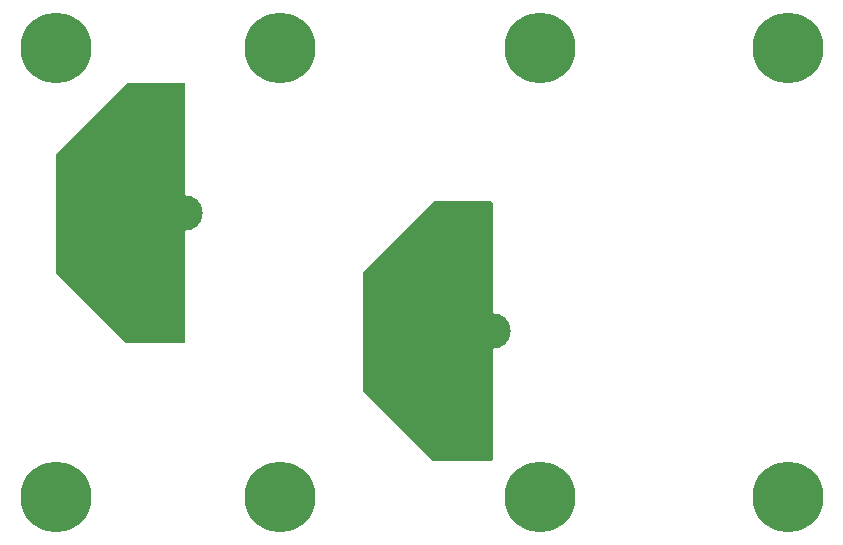
<source format=gbs>
G04 #@! TF.GenerationSoftware,KiCad,Pcbnew,8.0.2-1.fc40*
G04 #@! TF.CreationDate,2024-05-26T07:37:58-07:00*
G04 #@! TF.ProjectId,busicard-top,62757369-6361-4726-942d-746f702e6b69,rev?*
G04 #@! TF.SameCoordinates,Original*
G04 #@! TF.FileFunction,Soldermask,Bot*
G04 #@! TF.FilePolarity,Negative*
%FSLAX46Y46*%
G04 Gerber Fmt 4.6, Leading zero omitted, Abs format (unit mm)*
G04 Created by KiCad (PCBNEW 8.0.2-1.fc40) date 2024-05-26 07:37:58*
%MOMM*%
%LPD*%
G01*
G04 APERTURE LIST*
%ADD10C,6.000000*%
%ADD11C,3.000000*%
G04 APERTURE END LIST*
D10*
G04 #@! TO.C,TP9*
X175000000Y-119000000D03*
G04 #@! TD*
G04 #@! TO.C,TP1*
X175000000Y-81000000D03*
G04 #@! TD*
G04 #@! TO.C,TP10*
X134000000Y-81000000D03*
G04 #@! TD*
G04 #@! TO.C,TP5*
X196000000Y-119000000D03*
G04 #@! TD*
G04 #@! TO.C,TP6*
X196000000Y-81000000D03*
G04 #@! TD*
G04 #@! TO.C,TP8*
X153000000Y-81000000D03*
G04 #@! TD*
G04 #@! TO.C,TP4*
X134000000Y-119000000D03*
G04 #@! TD*
G04 #@! TO.C,TP7*
X153000000Y-119000000D03*
G04 #@! TD*
D11*
G04 #@! TO.C,TP3*
X171000000Y-105000000D03*
G04 #@! TD*
G04 #@! TO.C,TP2*
X145000000Y-95000000D03*
G04 #@! TD*
G36*
X144943039Y-84019685D02*
G01*
X144988794Y-84072489D01*
X145000000Y-84124000D01*
X145000000Y-105876000D01*
X144980315Y-105943039D01*
X144927511Y-105988794D01*
X144876000Y-106000000D01*
X140051362Y-106000000D01*
X139984323Y-105980315D01*
X139963681Y-105963681D01*
X134036319Y-100036319D01*
X134002834Y-99974996D01*
X134000000Y-99948638D01*
X134000000Y-90051362D01*
X134019685Y-89984323D01*
X134036319Y-89963681D01*
X139963681Y-84036319D01*
X140025004Y-84002834D01*
X140051362Y-84000000D01*
X144876000Y-84000000D01*
X144943039Y-84019685D01*
G37*
G36*
X170943039Y-94019685D02*
G01*
X170988794Y-94072489D01*
X171000000Y-94124000D01*
X171000000Y-115876000D01*
X170980315Y-115943039D01*
X170927511Y-115988794D01*
X170876000Y-116000000D01*
X166051362Y-116000000D01*
X165984323Y-115980315D01*
X165963681Y-115963681D01*
X160036319Y-110036319D01*
X160002834Y-109974996D01*
X160000000Y-109948638D01*
X160000000Y-100051362D01*
X160019685Y-99984323D01*
X160036319Y-99963681D01*
X165963681Y-94036319D01*
X166025004Y-94002834D01*
X166051362Y-94000000D01*
X170876000Y-94000000D01*
X170943039Y-94019685D01*
G37*
M02*

</source>
